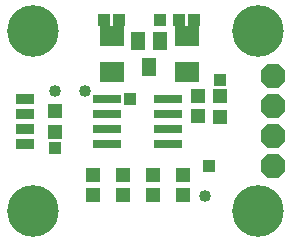
<source format=gts>
G75*
%MOIN*%
%OFA0B0*%
%FSLAX25Y25*%
%IPPOS*%
%LPD*%
%AMOC8*
5,1,8,0,0,1.08239X$1,22.5*
%
%ADD10R,0.08474X0.06506*%
%ADD11R,0.04852X0.04734*%
%ADD12OC8,0.08200*%
%ADD13R,0.04931X0.04537*%
%ADD14R,0.06112X0.03356*%
%ADD15R,0.09261X0.02962*%
%ADD16R,0.04537X0.06112*%
%ADD17C,0.04000*%
%ADD18R,0.04000X0.04000*%
%ADD19C,0.17198*%
D10*
X0056330Y0060594D03*
X0056330Y0072406D03*
X0081330Y0072406D03*
X0081330Y0060594D03*
D11*
X0092580Y0052445D03*
X0092580Y0045555D03*
X0037580Y0047445D03*
X0037580Y0040555D03*
D12*
X0110080Y0039000D03*
X0110080Y0049000D03*
X0110080Y0059000D03*
X0110080Y0029000D03*
D13*
X0085080Y0045654D03*
X0085080Y0052346D03*
X0080080Y0026096D03*
X0080080Y0019404D03*
X0070080Y0019404D03*
X0070080Y0026096D03*
X0060080Y0026096D03*
X0060080Y0019404D03*
X0050080Y0019404D03*
X0050080Y0026096D03*
D14*
X0027580Y0036500D03*
X0027580Y0041500D03*
X0027580Y0046500D03*
X0027580Y0051500D03*
D15*
X0054843Y0051500D03*
X0054843Y0046500D03*
X0054843Y0041500D03*
X0054843Y0036500D03*
X0075316Y0036500D03*
X0075316Y0041500D03*
X0075316Y0046500D03*
X0075316Y0051500D03*
D16*
X0068830Y0062169D03*
X0072570Y0070831D03*
X0065089Y0070831D03*
D17*
X0047580Y0054000D03*
X0037580Y0054000D03*
X0087580Y0019000D03*
D18*
X0088830Y0029000D03*
X0062580Y0051500D03*
X0037580Y0035250D03*
X0092580Y0057750D03*
X0083830Y0077750D03*
X0078830Y0077750D03*
X0072580Y0077750D03*
X0058830Y0077750D03*
X0053830Y0077750D03*
D19*
X0030080Y0014000D03*
X0105080Y0014000D03*
X0105080Y0074000D03*
X0030080Y0074000D03*
M02*

</source>
